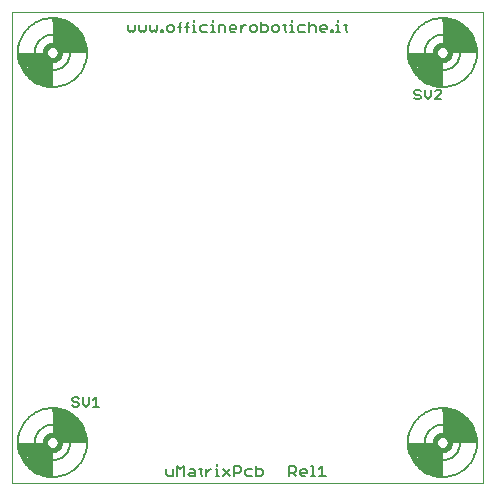
<source format=gbr>
G75*
%MOIN*%
%OFA0B0*%
%FSLAX24Y24*%
%IPPOS*%
%LPD*%
%AMOC8*
5,1,8,0,0,1.08239X$1,22.5*
%
%ADD10C,0.0010*%
%ADD11C,0.0060*%
%ADD12C,0.0020*%
%ADD13C,0.0090*%
%ADD14C,0.0180*%
%ADD15C,0.0080*%
D10*
X000160Y000160D02*
X000160Y015860D01*
X015860Y015860D01*
X015860Y000160D01*
X000160Y000160D01*
D11*
X000360Y001510D02*
X000362Y001577D01*
X000368Y001645D01*
X000378Y001712D01*
X000392Y001778D01*
X000409Y001843D01*
X000431Y001907D01*
X000456Y001970D01*
X000485Y002031D01*
X000517Y002090D01*
X000553Y002147D01*
X000592Y002202D01*
X000634Y002255D01*
X000679Y002305D01*
X000727Y002352D01*
X000778Y002397D01*
X000831Y002438D01*
X000887Y002477D01*
X000945Y002512D01*
X001005Y002543D01*
X001066Y002571D01*
X001129Y002595D01*
X001193Y002616D01*
X001259Y002632D01*
X001325Y002645D01*
X001392Y002654D01*
X001459Y002659D01*
X001527Y002660D01*
X001594Y002657D01*
X001661Y002650D01*
X001728Y002639D01*
X001794Y002624D01*
X001859Y002606D01*
X001923Y002583D01*
X001985Y002557D01*
X002046Y002528D01*
X002104Y002494D01*
X002161Y002458D01*
X002216Y002418D01*
X002268Y002375D01*
X002317Y002329D01*
X002364Y002280D01*
X002408Y002229D01*
X002448Y002175D01*
X002486Y002119D01*
X002520Y002060D01*
X002550Y002000D01*
X002577Y001938D01*
X002601Y001875D01*
X002620Y001810D01*
X002636Y001745D01*
X002648Y001678D01*
X002656Y001611D01*
X002660Y001544D01*
X002660Y001476D01*
X002656Y001409D01*
X002648Y001342D01*
X002636Y001275D01*
X002620Y001210D01*
X002601Y001145D01*
X002577Y001082D01*
X002550Y001020D01*
X002520Y000960D01*
X002486Y000901D01*
X002448Y000845D01*
X002408Y000791D01*
X002364Y000740D01*
X002317Y000691D01*
X002268Y000645D01*
X002216Y000602D01*
X002161Y000562D01*
X002104Y000526D01*
X002046Y000492D01*
X001985Y000463D01*
X001923Y000437D01*
X001859Y000414D01*
X001794Y000396D01*
X001728Y000381D01*
X001661Y000370D01*
X001594Y000363D01*
X001527Y000360D01*
X001459Y000361D01*
X001392Y000366D01*
X001325Y000375D01*
X001259Y000388D01*
X001193Y000404D01*
X001129Y000425D01*
X001066Y000449D01*
X001005Y000477D01*
X000945Y000508D01*
X000887Y000543D01*
X000831Y000582D01*
X000778Y000623D01*
X000727Y000668D01*
X000679Y000715D01*
X000634Y000765D01*
X000592Y000818D01*
X000553Y000873D01*
X000517Y000930D01*
X000485Y000989D01*
X000456Y001050D01*
X000431Y001113D01*
X000409Y001177D01*
X000392Y001242D01*
X000378Y001308D01*
X000368Y001375D01*
X000362Y001443D01*
X000360Y001510D01*
X002165Y002753D02*
X002219Y002700D01*
X002325Y002700D01*
X002379Y002753D01*
X002379Y002807D01*
X002325Y002860D01*
X002219Y002860D01*
X002165Y002914D01*
X002165Y002967D01*
X002219Y003020D01*
X002325Y003020D01*
X002379Y002967D01*
X002515Y003020D02*
X002515Y002807D01*
X002622Y002700D01*
X002729Y002807D01*
X002729Y003020D01*
X002865Y002914D02*
X002972Y003020D01*
X002972Y002700D01*
X003078Y002700D02*
X002865Y002700D01*
X005290Y000617D02*
X005290Y000447D01*
X005347Y000390D01*
X005517Y000390D01*
X005517Y000617D01*
X005658Y000730D02*
X005658Y000390D01*
X005885Y000390D02*
X005885Y000730D01*
X005772Y000617D01*
X005658Y000730D01*
X006083Y000617D02*
X006197Y000617D01*
X006253Y000560D01*
X006253Y000390D01*
X006083Y000390D01*
X006027Y000447D01*
X006083Y000503D01*
X006253Y000503D01*
X006395Y000617D02*
X006508Y000617D01*
X006452Y000674D02*
X006452Y000447D01*
X006508Y000390D01*
X006640Y000390D02*
X006640Y000617D01*
X006640Y000503D02*
X006754Y000617D01*
X006811Y000617D01*
X006947Y000617D02*
X007004Y000617D01*
X007004Y000390D01*
X006947Y000390D02*
X007061Y000390D01*
X007193Y000390D02*
X007420Y000617D01*
X007561Y000730D02*
X007561Y000390D01*
X007561Y000503D02*
X007731Y000503D01*
X007788Y000560D01*
X007788Y000674D01*
X007731Y000730D01*
X007561Y000730D01*
X007420Y000390D02*
X007193Y000617D01*
X007004Y000730D02*
X007004Y000787D01*
X007930Y000560D02*
X007930Y000447D01*
X007986Y000390D01*
X008156Y000390D01*
X008298Y000390D02*
X008468Y000390D01*
X008525Y000447D01*
X008525Y000560D01*
X008468Y000617D01*
X008298Y000617D01*
X008298Y000730D02*
X008298Y000390D01*
X008156Y000617D02*
X007986Y000617D01*
X007930Y000560D01*
X009403Y000503D02*
X009573Y000503D01*
X009630Y000560D01*
X009630Y000674D01*
X009573Y000730D01*
X009403Y000730D01*
X009403Y000390D01*
X009516Y000503D02*
X009630Y000390D01*
X009771Y000447D02*
X009771Y000560D01*
X009828Y000617D01*
X009941Y000617D01*
X009998Y000560D01*
X009998Y000503D01*
X009771Y000503D01*
X009771Y000447D02*
X009828Y000390D01*
X009941Y000390D01*
X010139Y000390D02*
X010253Y000390D01*
X010196Y000390D02*
X010196Y000730D01*
X010139Y000730D01*
X010385Y000617D02*
X010498Y000730D01*
X010498Y000390D01*
X010385Y000390D02*
X010612Y000390D01*
X013360Y001510D02*
X013362Y001577D01*
X013368Y001645D01*
X013378Y001712D01*
X013392Y001778D01*
X013409Y001843D01*
X013431Y001907D01*
X013456Y001970D01*
X013485Y002031D01*
X013517Y002090D01*
X013553Y002147D01*
X013592Y002202D01*
X013634Y002255D01*
X013679Y002305D01*
X013727Y002352D01*
X013778Y002397D01*
X013831Y002438D01*
X013887Y002477D01*
X013945Y002512D01*
X014005Y002543D01*
X014066Y002571D01*
X014129Y002595D01*
X014193Y002616D01*
X014259Y002632D01*
X014325Y002645D01*
X014392Y002654D01*
X014459Y002659D01*
X014527Y002660D01*
X014594Y002657D01*
X014661Y002650D01*
X014728Y002639D01*
X014794Y002624D01*
X014859Y002606D01*
X014923Y002583D01*
X014985Y002557D01*
X015046Y002528D01*
X015104Y002494D01*
X015161Y002458D01*
X015216Y002418D01*
X015268Y002375D01*
X015317Y002329D01*
X015364Y002280D01*
X015408Y002229D01*
X015448Y002175D01*
X015486Y002119D01*
X015520Y002060D01*
X015550Y002000D01*
X015577Y001938D01*
X015601Y001875D01*
X015620Y001810D01*
X015636Y001745D01*
X015648Y001678D01*
X015656Y001611D01*
X015660Y001544D01*
X015660Y001476D01*
X015656Y001409D01*
X015648Y001342D01*
X015636Y001275D01*
X015620Y001210D01*
X015601Y001145D01*
X015577Y001082D01*
X015550Y001020D01*
X015520Y000960D01*
X015486Y000901D01*
X015448Y000845D01*
X015408Y000791D01*
X015364Y000740D01*
X015317Y000691D01*
X015268Y000645D01*
X015216Y000602D01*
X015161Y000562D01*
X015104Y000526D01*
X015046Y000492D01*
X014985Y000463D01*
X014923Y000437D01*
X014859Y000414D01*
X014794Y000396D01*
X014728Y000381D01*
X014661Y000370D01*
X014594Y000363D01*
X014527Y000360D01*
X014459Y000361D01*
X014392Y000366D01*
X014325Y000375D01*
X014259Y000388D01*
X014193Y000404D01*
X014129Y000425D01*
X014066Y000449D01*
X014005Y000477D01*
X013945Y000508D01*
X013887Y000543D01*
X013831Y000582D01*
X013778Y000623D01*
X013727Y000668D01*
X013679Y000715D01*
X013634Y000765D01*
X013592Y000818D01*
X013553Y000873D01*
X013517Y000930D01*
X013485Y000989D01*
X013456Y001050D01*
X013431Y001113D01*
X013409Y001177D01*
X013392Y001242D01*
X013378Y001308D01*
X013368Y001375D01*
X013362Y001443D01*
X013360Y001510D01*
X013619Y012950D02*
X013565Y013003D01*
X013619Y012950D02*
X013725Y012950D01*
X013779Y013003D01*
X013779Y013057D01*
X013725Y013110D01*
X013619Y013110D01*
X013565Y013164D01*
X013565Y013217D01*
X013619Y013270D01*
X013725Y013270D01*
X013779Y013217D01*
X013915Y013270D02*
X013915Y013057D01*
X014022Y012950D01*
X014129Y013057D01*
X014129Y013270D01*
X014265Y013217D02*
X014318Y013270D01*
X014425Y013270D01*
X014478Y013217D01*
X014478Y013164D01*
X014265Y012950D01*
X014478Y012950D01*
X013360Y014510D02*
X013362Y014577D01*
X013368Y014645D01*
X013378Y014712D01*
X013392Y014778D01*
X013409Y014843D01*
X013431Y014907D01*
X013456Y014970D01*
X013485Y015031D01*
X013517Y015090D01*
X013553Y015147D01*
X013592Y015202D01*
X013634Y015255D01*
X013679Y015305D01*
X013727Y015352D01*
X013778Y015397D01*
X013831Y015438D01*
X013887Y015477D01*
X013945Y015512D01*
X014005Y015543D01*
X014066Y015571D01*
X014129Y015595D01*
X014193Y015616D01*
X014259Y015632D01*
X014325Y015645D01*
X014392Y015654D01*
X014459Y015659D01*
X014527Y015660D01*
X014594Y015657D01*
X014661Y015650D01*
X014728Y015639D01*
X014794Y015624D01*
X014859Y015606D01*
X014923Y015583D01*
X014985Y015557D01*
X015046Y015528D01*
X015104Y015494D01*
X015161Y015458D01*
X015216Y015418D01*
X015268Y015375D01*
X015317Y015329D01*
X015364Y015280D01*
X015408Y015229D01*
X015448Y015175D01*
X015486Y015119D01*
X015520Y015060D01*
X015550Y015000D01*
X015577Y014938D01*
X015601Y014875D01*
X015620Y014810D01*
X015636Y014745D01*
X015648Y014678D01*
X015656Y014611D01*
X015660Y014544D01*
X015660Y014476D01*
X015656Y014409D01*
X015648Y014342D01*
X015636Y014275D01*
X015620Y014210D01*
X015601Y014145D01*
X015577Y014082D01*
X015550Y014020D01*
X015520Y013960D01*
X015486Y013901D01*
X015448Y013845D01*
X015408Y013791D01*
X015364Y013740D01*
X015317Y013691D01*
X015268Y013645D01*
X015216Y013602D01*
X015161Y013562D01*
X015104Y013526D01*
X015046Y013492D01*
X014985Y013463D01*
X014923Y013437D01*
X014859Y013414D01*
X014794Y013396D01*
X014728Y013381D01*
X014661Y013370D01*
X014594Y013363D01*
X014527Y013360D01*
X014459Y013361D01*
X014392Y013366D01*
X014325Y013375D01*
X014259Y013388D01*
X014193Y013404D01*
X014129Y013425D01*
X014066Y013449D01*
X014005Y013477D01*
X013945Y013508D01*
X013887Y013543D01*
X013831Y013582D01*
X013778Y013623D01*
X013727Y013668D01*
X013679Y013715D01*
X013634Y013765D01*
X013592Y013818D01*
X013553Y013873D01*
X013517Y013930D01*
X013485Y013989D01*
X013456Y014050D01*
X013431Y014113D01*
X013409Y014177D01*
X013392Y014242D01*
X013378Y014308D01*
X013368Y014375D01*
X013362Y014443D01*
X013360Y014510D01*
X011336Y015190D02*
X011279Y015247D01*
X011279Y015474D01*
X011222Y015417D02*
X011336Y015417D01*
X011033Y015417D02*
X011033Y015190D01*
X010977Y015190D02*
X011090Y015190D01*
X011033Y015417D02*
X010977Y015417D01*
X011033Y015530D02*
X011033Y015587D01*
X010849Y015247D02*
X010849Y015190D01*
X010792Y015190D01*
X010792Y015247D01*
X010849Y015247D01*
X010651Y015303D02*
X010424Y015303D01*
X010424Y015247D02*
X010424Y015360D01*
X010481Y015417D01*
X010594Y015417D01*
X010651Y015360D01*
X010651Y015303D01*
X010594Y015190D02*
X010481Y015190D01*
X010424Y015247D01*
X010283Y015190D02*
X010283Y015360D01*
X010226Y015417D01*
X010113Y015417D01*
X010056Y015360D01*
X009914Y015417D02*
X009744Y015417D01*
X009687Y015360D01*
X009687Y015247D01*
X009744Y015190D01*
X009914Y015190D01*
X010056Y015190D02*
X010056Y015530D01*
X009499Y015530D02*
X009499Y015587D01*
X009499Y015417D02*
X009442Y015417D01*
X009499Y015417D02*
X009499Y015190D01*
X009555Y015190D02*
X009442Y015190D01*
X009310Y015190D02*
X009253Y015247D01*
X009253Y015474D01*
X009196Y015417D02*
X009310Y015417D01*
X009055Y015360D02*
X008998Y015417D01*
X008885Y015417D01*
X008828Y015360D01*
X008828Y015247D01*
X008885Y015190D01*
X008998Y015190D01*
X009055Y015247D01*
X009055Y015360D01*
X008687Y015360D02*
X008630Y015417D01*
X008460Y015417D01*
X008460Y015530D02*
X008460Y015190D01*
X008630Y015190D01*
X008687Y015247D01*
X008687Y015360D01*
X008318Y015360D02*
X008262Y015417D01*
X008148Y015417D01*
X008091Y015360D01*
X008091Y015247D01*
X008148Y015190D01*
X008262Y015190D01*
X008318Y015247D01*
X008318Y015360D01*
X007955Y015417D02*
X007898Y015417D01*
X007785Y015303D01*
X007785Y015190D02*
X007785Y015417D01*
X007643Y015360D02*
X007643Y015303D01*
X007416Y015303D01*
X007416Y015247D02*
X007416Y015360D01*
X007473Y015417D01*
X007586Y015417D01*
X007643Y015360D01*
X007586Y015190D02*
X007473Y015190D01*
X007416Y015247D01*
X007275Y015190D02*
X007275Y015360D01*
X007218Y015417D01*
X007048Y015417D01*
X007048Y015190D01*
X006916Y015190D02*
X006802Y015190D01*
X006859Y015190D02*
X006859Y015417D01*
X006802Y015417D01*
X006859Y015530D02*
X006859Y015587D01*
X006661Y015417D02*
X006491Y015417D01*
X006434Y015360D01*
X006434Y015247D01*
X006491Y015190D01*
X006661Y015190D01*
X006302Y015190D02*
X006189Y015190D01*
X006245Y015190D02*
X006245Y015417D01*
X006189Y015417D01*
X006245Y015530D02*
X006245Y015587D01*
X006056Y015530D02*
X006000Y015474D01*
X006000Y015190D01*
X006056Y015360D02*
X005943Y015360D01*
X005811Y015360D02*
X005697Y015360D01*
X005754Y015474D02*
X005754Y015190D01*
X005556Y015247D02*
X005556Y015360D01*
X005499Y015417D01*
X005386Y015417D01*
X005329Y015360D01*
X005329Y015247D01*
X005386Y015190D01*
X005499Y015190D01*
X005556Y015247D01*
X005754Y015474D02*
X005811Y015530D01*
X005202Y015247D02*
X005202Y015190D01*
X005145Y015190D01*
X005145Y015247D01*
X005202Y015247D01*
X005003Y015247D02*
X005003Y015417D01*
X005003Y015247D02*
X004947Y015190D01*
X004890Y015247D01*
X004833Y015190D01*
X004777Y015247D01*
X004777Y015417D01*
X004635Y015417D02*
X004635Y015247D01*
X004578Y015190D01*
X004522Y015247D01*
X004465Y015190D01*
X004408Y015247D01*
X004408Y015417D01*
X004267Y015417D02*
X004267Y015247D01*
X004210Y015190D01*
X004153Y015247D01*
X004097Y015190D01*
X004040Y015247D01*
X004040Y015417D01*
X000360Y014510D02*
X000362Y014577D01*
X000368Y014645D01*
X000378Y014712D01*
X000392Y014778D01*
X000409Y014843D01*
X000431Y014907D01*
X000456Y014970D01*
X000485Y015031D01*
X000517Y015090D01*
X000553Y015147D01*
X000592Y015202D01*
X000634Y015255D01*
X000679Y015305D01*
X000727Y015352D01*
X000778Y015397D01*
X000831Y015438D01*
X000887Y015477D01*
X000945Y015512D01*
X001005Y015543D01*
X001066Y015571D01*
X001129Y015595D01*
X001193Y015616D01*
X001259Y015632D01*
X001325Y015645D01*
X001392Y015654D01*
X001459Y015659D01*
X001527Y015660D01*
X001594Y015657D01*
X001661Y015650D01*
X001728Y015639D01*
X001794Y015624D01*
X001859Y015606D01*
X001923Y015583D01*
X001985Y015557D01*
X002046Y015528D01*
X002104Y015494D01*
X002161Y015458D01*
X002216Y015418D01*
X002268Y015375D01*
X002317Y015329D01*
X002364Y015280D01*
X002408Y015229D01*
X002448Y015175D01*
X002486Y015119D01*
X002520Y015060D01*
X002550Y015000D01*
X002577Y014938D01*
X002601Y014875D01*
X002620Y014810D01*
X002636Y014745D01*
X002648Y014678D01*
X002656Y014611D01*
X002660Y014544D01*
X002660Y014476D01*
X002656Y014409D01*
X002648Y014342D01*
X002636Y014275D01*
X002620Y014210D01*
X002601Y014145D01*
X002577Y014082D01*
X002550Y014020D01*
X002520Y013960D01*
X002486Y013901D01*
X002448Y013845D01*
X002408Y013791D01*
X002364Y013740D01*
X002317Y013691D01*
X002268Y013645D01*
X002216Y013602D01*
X002161Y013562D01*
X002104Y013526D01*
X002046Y013492D01*
X001985Y013463D01*
X001923Y013437D01*
X001859Y013414D01*
X001794Y013396D01*
X001728Y013381D01*
X001661Y013370D01*
X001594Y013363D01*
X001527Y013360D01*
X001459Y013361D01*
X001392Y013366D01*
X001325Y013375D01*
X001259Y013388D01*
X001193Y013404D01*
X001129Y013425D01*
X001066Y013449D01*
X001005Y013477D01*
X000945Y013508D01*
X000887Y013543D01*
X000831Y013582D01*
X000778Y013623D01*
X000727Y013668D01*
X000679Y013715D01*
X000634Y013765D01*
X000592Y013818D01*
X000553Y013873D01*
X000517Y013930D01*
X000485Y013989D01*
X000456Y014050D01*
X000431Y014113D01*
X000409Y014177D01*
X000392Y014242D01*
X000378Y014308D01*
X000368Y014375D01*
X000362Y014443D01*
X000360Y014510D01*
D12*
X001510Y013460D02*
X001510Y013360D01*
X001510Y015560D02*
X001510Y015660D01*
X001510Y002660D02*
X001510Y002560D01*
X001510Y000460D02*
X001510Y000360D01*
X014510Y000460D02*
X014510Y000360D01*
X014510Y002560D02*
X014510Y002660D01*
X014510Y013360D02*
X014510Y013460D01*
X014510Y015560D02*
X014510Y015660D01*
D13*
X015614Y014554D02*
X014801Y014554D01*
X014802Y014555D02*
X014794Y014588D01*
X014784Y014620D01*
X014769Y014651D01*
X014751Y014680D01*
X014730Y014706D01*
X014706Y014730D01*
X014680Y014751D01*
X014651Y014769D01*
X014620Y014784D01*
X014588Y014794D01*
X014555Y014802D01*
X014554Y015614D01*
X014555Y015614D01*
X014621Y015609D01*
X014686Y015601D01*
X014751Y015589D01*
X014814Y015572D01*
X014877Y015552D01*
X014938Y015529D01*
X014998Y015501D01*
X015056Y015470D01*
X015113Y015436D01*
X015167Y015399D01*
X015219Y015358D01*
X015268Y015314D01*
X015314Y015268D01*
X015358Y015219D01*
X015399Y015167D01*
X015436Y015113D01*
X015470Y015056D01*
X015501Y014998D01*
X015529Y014938D01*
X015552Y014877D01*
X015572Y014814D01*
X015589Y014751D01*
X015601Y014686D01*
X015609Y014621D01*
X015614Y014555D01*
X015529Y014555D01*
X015524Y014618D01*
X015516Y014680D01*
X015503Y014742D01*
X015487Y014803D01*
X015467Y014863D01*
X015444Y014921D01*
X015416Y014978D01*
X015386Y015033D01*
X015352Y015086D01*
X015315Y015137D01*
X015274Y015185D01*
X015231Y015231D01*
X015185Y015274D01*
X015137Y015315D01*
X015086Y015352D01*
X015033Y015386D01*
X014978Y015416D01*
X014921Y015444D01*
X014863Y015467D01*
X014803Y015487D01*
X014742Y015503D01*
X014680Y015516D01*
X014618Y015524D01*
X014555Y015529D01*
X014555Y015444D01*
X014615Y015439D01*
X014674Y015430D01*
X014733Y015418D01*
X014790Y015402D01*
X014847Y015382D01*
X014902Y015359D01*
X014956Y015332D01*
X015007Y015302D01*
X015057Y015268D01*
X015105Y015232D01*
X015150Y015192D01*
X015192Y015150D01*
X015232Y015105D01*
X015268Y015057D01*
X015302Y015007D01*
X015332Y014956D01*
X015359Y014902D01*
X015382Y014847D01*
X015402Y014790D01*
X015418Y014733D01*
X015430Y014674D01*
X015439Y014615D01*
X015444Y014555D01*
X015359Y014555D01*
X015354Y014611D01*
X015345Y014667D01*
X015333Y014723D01*
X015317Y014777D01*
X015297Y014830D01*
X015274Y014882D01*
X015248Y014932D01*
X015218Y014980D01*
X015186Y015026D01*
X015150Y015070D01*
X015111Y015111D01*
X015070Y015150D01*
X015026Y015186D01*
X014980Y015218D01*
X014932Y015248D01*
X014882Y015274D01*
X014830Y015297D01*
X014777Y015317D01*
X014723Y015333D01*
X014667Y015345D01*
X014611Y015354D01*
X014555Y015359D01*
X014555Y015274D01*
X014608Y015269D01*
X014660Y015260D01*
X014711Y015248D01*
X014762Y015232D01*
X014811Y015213D01*
X014859Y015191D01*
X014905Y015165D01*
X014950Y015136D01*
X014992Y015104D01*
X015032Y015069D01*
X015069Y015032D01*
X015104Y014992D01*
X015136Y014950D01*
X015165Y014905D01*
X015191Y014859D01*
X015213Y014811D01*
X015232Y014762D01*
X015248Y014711D01*
X015260Y014660D01*
X015269Y014608D01*
X015274Y014555D01*
X015189Y014555D01*
X015183Y014606D01*
X015174Y014657D01*
X015161Y014707D01*
X015144Y014755D01*
X015124Y014803D01*
X015100Y014848D01*
X015073Y014892D01*
X015042Y014933D01*
X015009Y014972D01*
X014972Y015009D01*
X014933Y015042D01*
X014892Y015073D01*
X014848Y015100D01*
X014803Y015124D01*
X014755Y015144D01*
X014707Y015161D01*
X014657Y015174D01*
X014606Y015183D01*
X014555Y015189D01*
X014555Y015103D01*
X014602Y015098D01*
X014648Y015089D01*
X014693Y015076D01*
X014737Y015060D01*
X014779Y015040D01*
X014820Y015018D01*
X014859Y014992D01*
X014896Y014963D01*
X014931Y014931D01*
X014963Y014896D01*
X014992Y014859D01*
X015018Y014820D01*
X015040Y014779D01*
X015060Y014737D01*
X015076Y014693D01*
X015089Y014648D01*
X015098Y014602D01*
X015103Y014555D01*
X015018Y014555D01*
X015012Y014599D01*
X015003Y014642D01*
X014989Y014685D01*
X014972Y014726D01*
X014952Y014765D01*
X014928Y014803D01*
X014901Y014838D01*
X014871Y014871D01*
X014838Y014901D01*
X014803Y014928D01*
X014765Y014952D01*
X014726Y014972D01*
X014685Y014989D01*
X014642Y015003D01*
X014599Y015012D01*
X014555Y015018D01*
X014555Y014933D01*
X014593Y014927D01*
X014630Y014918D01*
X014667Y014905D01*
X014702Y014889D01*
X014735Y014870D01*
X014767Y014848D01*
X014797Y014824D01*
X014824Y014797D01*
X014848Y014767D01*
X014870Y014735D01*
X014889Y014702D01*
X014905Y014667D01*
X014918Y014630D01*
X014927Y014593D01*
X014933Y014555D01*
X014847Y014555D01*
X014841Y014588D01*
X014831Y014621D01*
X014819Y014653D01*
X014803Y014683D01*
X014784Y014712D01*
X014762Y014738D01*
X014738Y014762D01*
X014712Y014784D01*
X014683Y014803D01*
X014653Y014819D01*
X014621Y014831D01*
X014588Y014841D01*
X014555Y014847D01*
X013406Y014466D02*
X014219Y014466D01*
X014218Y014465D02*
X014226Y014432D01*
X014236Y014400D01*
X014251Y014369D01*
X014269Y014340D01*
X014290Y014314D01*
X014314Y014290D01*
X014340Y014269D01*
X014369Y014251D01*
X014400Y014236D01*
X014432Y014226D01*
X014465Y014218D01*
X014466Y013406D01*
X014465Y013406D01*
X014399Y013411D01*
X014334Y013419D01*
X014269Y013431D01*
X014206Y013448D01*
X014143Y013468D01*
X014082Y013491D01*
X014022Y013519D01*
X013964Y013550D01*
X013907Y013584D01*
X013853Y013621D01*
X013801Y013662D01*
X013752Y013706D01*
X013706Y013752D01*
X013662Y013801D01*
X013621Y013853D01*
X013584Y013907D01*
X013550Y013964D01*
X013519Y014022D01*
X013491Y014082D01*
X013468Y014143D01*
X013448Y014206D01*
X013431Y014269D01*
X013419Y014334D01*
X013411Y014399D01*
X013406Y014465D01*
X013491Y014465D01*
X013496Y014402D01*
X013504Y014340D01*
X013517Y014278D01*
X013533Y014217D01*
X013553Y014157D01*
X013576Y014099D01*
X013604Y014042D01*
X013634Y013987D01*
X013668Y013934D01*
X013705Y013883D01*
X013746Y013835D01*
X013789Y013789D01*
X013835Y013746D01*
X013883Y013705D01*
X013934Y013668D01*
X013987Y013634D01*
X014042Y013604D01*
X014099Y013576D01*
X014157Y013553D01*
X014217Y013533D01*
X014278Y013517D01*
X014340Y013504D01*
X014402Y013496D01*
X014465Y013491D01*
X014465Y013576D01*
X014405Y013581D01*
X014346Y013590D01*
X014287Y013602D01*
X014230Y013618D01*
X014173Y013638D01*
X014118Y013661D01*
X014064Y013688D01*
X014013Y013718D01*
X013963Y013752D01*
X013915Y013788D01*
X013870Y013828D01*
X013828Y013870D01*
X013788Y013915D01*
X013752Y013963D01*
X013718Y014013D01*
X013688Y014064D01*
X013661Y014118D01*
X013638Y014173D01*
X013618Y014230D01*
X013602Y014287D01*
X013590Y014346D01*
X013581Y014405D01*
X013576Y014465D01*
X013661Y014465D01*
X013666Y014409D01*
X013675Y014353D01*
X013687Y014297D01*
X013703Y014243D01*
X013723Y014190D01*
X013746Y014138D01*
X013772Y014088D01*
X013802Y014040D01*
X013834Y013994D01*
X013870Y013950D01*
X013909Y013909D01*
X013950Y013870D01*
X013994Y013834D01*
X014040Y013802D01*
X014088Y013772D01*
X014138Y013746D01*
X014190Y013723D01*
X014243Y013703D01*
X014297Y013687D01*
X014353Y013675D01*
X014409Y013666D01*
X014465Y013661D01*
X014465Y013746D01*
X014412Y013751D01*
X014360Y013760D01*
X014309Y013772D01*
X014258Y013788D01*
X014209Y013807D01*
X014161Y013829D01*
X014115Y013855D01*
X014070Y013884D01*
X014028Y013916D01*
X013988Y013951D01*
X013951Y013988D01*
X013916Y014028D01*
X013884Y014070D01*
X013855Y014115D01*
X013829Y014161D01*
X013807Y014209D01*
X013788Y014258D01*
X013772Y014309D01*
X013760Y014360D01*
X013751Y014412D01*
X013746Y014465D01*
X013831Y014465D01*
X013837Y014414D01*
X013846Y014363D01*
X013859Y014313D01*
X013876Y014265D01*
X013896Y014217D01*
X013920Y014172D01*
X013947Y014128D01*
X013978Y014087D01*
X014011Y014048D01*
X014048Y014011D01*
X014087Y013978D01*
X014128Y013947D01*
X014172Y013920D01*
X014217Y013896D01*
X014265Y013876D01*
X014313Y013859D01*
X014363Y013846D01*
X014414Y013837D01*
X014465Y013831D01*
X014465Y013917D01*
X014418Y013922D01*
X014372Y013931D01*
X014327Y013944D01*
X014283Y013960D01*
X014241Y013980D01*
X014200Y014002D01*
X014161Y014028D01*
X014124Y014057D01*
X014089Y014089D01*
X014057Y014124D01*
X014028Y014161D01*
X014002Y014200D01*
X013980Y014241D01*
X013960Y014283D01*
X013944Y014327D01*
X013931Y014372D01*
X013922Y014418D01*
X013917Y014465D01*
X014002Y014465D01*
X014008Y014421D01*
X014017Y014378D01*
X014031Y014335D01*
X014048Y014294D01*
X014068Y014255D01*
X014092Y014217D01*
X014119Y014182D01*
X014149Y014149D01*
X014182Y014119D01*
X014217Y014092D01*
X014255Y014068D01*
X014294Y014048D01*
X014335Y014031D01*
X014378Y014017D01*
X014421Y014008D01*
X014465Y014002D01*
X014465Y014087D01*
X014427Y014093D01*
X014390Y014102D01*
X014353Y014115D01*
X014318Y014131D01*
X014285Y014150D01*
X014253Y014172D01*
X014223Y014196D01*
X014196Y014223D01*
X014172Y014253D01*
X014150Y014285D01*
X014131Y014318D01*
X014115Y014353D01*
X014102Y014390D01*
X014093Y014427D01*
X014087Y014465D01*
X014173Y014465D01*
X014179Y014432D01*
X014189Y014399D01*
X014201Y014367D01*
X014217Y014337D01*
X014236Y014308D01*
X014258Y014282D01*
X014282Y014258D01*
X014308Y014236D01*
X014337Y014217D01*
X014367Y014201D01*
X014399Y014189D01*
X014432Y014179D01*
X014465Y014173D01*
X015614Y001554D02*
X014801Y001554D01*
X014802Y001555D02*
X014794Y001588D01*
X014784Y001620D01*
X014769Y001651D01*
X014751Y001680D01*
X014730Y001706D01*
X014706Y001730D01*
X014680Y001751D01*
X014651Y001769D01*
X014620Y001784D01*
X014588Y001794D01*
X014555Y001802D01*
X014554Y002614D01*
X014555Y002614D01*
X014621Y002609D01*
X014686Y002601D01*
X014751Y002589D01*
X014814Y002572D01*
X014877Y002552D01*
X014938Y002529D01*
X014998Y002501D01*
X015056Y002470D01*
X015113Y002436D01*
X015167Y002399D01*
X015219Y002358D01*
X015268Y002314D01*
X015314Y002268D01*
X015358Y002219D01*
X015399Y002167D01*
X015436Y002113D01*
X015470Y002056D01*
X015501Y001998D01*
X015529Y001938D01*
X015552Y001877D01*
X015572Y001814D01*
X015589Y001751D01*
X015601Y001686D01*
X015609Y001621D01*
X015614Y001555D01*
X015529Y001555D01*
X015524Y001618D01*
X015516Y001680D01*
X015503Y001742D01*
X015487Y001803D01*
X015467Y001863D01*
X015444Y001921D01*
X015416Y001978D01*
X015386Y002033D01*
X015352Y002086D01*
X015315Y002137D01*
X015274Y002185D01*
X015231Y002231D01*
X015185Y002274D01*
X015137Y002315D01*
X015086Y002352D01*
X015033Y002386D01*
X014978Y002416D01*
X014921Y002444D01*
X014863Y002467D01*
X014803Y002487D01*
X014742Y002503D01*
X014680Y002516D01*
X014618Y002524D01*
X014555Y002529D01*
X014555Y002444D01*
X014615Y002439D01*
X014674Y002430D01*
X014733Y002418D01*
X014790Y002402D01*
X014847Y002382D01*
X014902Y002359D01*
X014956Y002332D01*
X015007Y002302D01*
X015057Y002268D01*
X015105Y002232D01*
X015150Y002192D01*
X015192Y002150D01*
X015232Y002105D01*
X015268Y002057D01*
X015302Y002007D01*
X015332Y001956D01*
X015359Y001902D01*
X015382Y001847D01*
X015402Y001790D01*
X015418Y001733D01*
X015430Y001674D01*
X015439Y001615D01*
X015444Y001555D01*
X015359Y001555D01*
X015354Y001611D01*
X015345Y001667D01*
X015333Y001723D01*
X015317Y001777D01*
X015297Y001830D01*
X015274Y001882D01*
X015248Y001932D01*
X015218Y001980D01*
X015186Y002026D01*
X015150Y002070D01*
X015111Y002111D01*
X015070Y002150D01*
X015026Y002186D01*
X014980Y002218D01*
X014932Y002248D01*
X014882Y002274D01*
X014830Y002297D01*
X014777Y002317D01*
X014723Y002333D01*
X014667Y002345D01*
X014611Y002354D01*
X014555Y002359D01*
X014555Y002274D01*
X014608Y002269D01*
X014660Y002260D01*
X014711Y002248D01*
X014762Y002232D01*
X014811Y002213D01*
X014859Y002191D01*
X014905Y002165D01*
X014950Y002136D01*
X014992Y002104D01*
X015032Y002069D01*
X015069Y002032D01*
X015104Y001992D01*
X015136Y001950D01*
X015165Y001905D01*
X015191Y001859D01*
X015213Y001811D01*
X015232Y001762D01*
X015248Y001711D01*
X015260Y001660D01*
X015269Y001608D01*
X015274Y001555D01*
X015189Y001555D01*
X015183Y001606D01*
X015174Y001657D01*
X015161Y001707D01*
X015144Y001755D01*
X015124Y001803D01*
X015100Y001848D01*
X015073Y001892D01*
X015042Y001933D01*
X015009Y001972D01*
X014972Y002009D01*
X014933Y002042D01*
X014892Y002073D01*
X014848Y002100D01*
X014803Y002124D01*
X014755Y002144D01*
X014707Y002161D01*
X014657Y002174D01*
X014606Y002183D01*
X014555Y002189D01*
X014555Y002103D01*
X014602Y002098D01*
X014648Y002089D01*
X014693Y002076D01*
X014737Y002060D01*
X014779Y002040D01*
X014820Y002018D01*
X014859Y001992D01*
X014896Y001963D01*
X014931Y001931D01*
X014963Y001896D01*
X014992Y001859D01*
X015018Y001820D01*
X015040Y001779D01*
X015060Y001737D01*
X015076Y001693D01*
X015089Y001648D01*
X015098Y001602D01*
X015103Y001555D01*
X015018Y001555D01*
X015012Y001599D01*
X015003Y001642D01*
X014989Y001685D01*
X014972Y001726D01*
X014952Y001765D01*
X014928Y001803D01*
X014901Y001838D01*
X014871Y001871D01*
X014838Y001901D01*
X014803Y001928D01*
X014765Y001952D01*
X014726Y001972D01*
X014685Y001989D01*
X014642Y002003D01*
X014599Y002012D01*
X014555Y002018D01*
X014555Y001933D01*
X014593Y001927D01*
X014630Y001918D01*
X014667Y001905D01*
X014702Y001889D01*
X014735Y001870D01*
X014767Y001848D01*
X014797Y001824D01*
X014824Y001797D01*
X014848Y001767D01*
X014870Y001735D01*
X014889Y001702D01*
X014905Y001667D01*
X014918Y001630D01*
X014927Y001593D01*
X014933Y001555D01*
X014847Y001555D01*
X014841Y001588D01*
X014831Y001621D01*
X014819Y001653D01*
X014803Y001683D01*
X014784Y001712D01*
X014762Y001738D01*
X014738Y001762D01*
X014712Y001784D01*
X014683Y001803D01*
X014653Y001819D01*
X014621Y001831D01*
X014588Y001841D01*
X014555Y001847D01*
X013406Y001466D02*
X014219Y001466D01*
X014218Y001465D02*
X014226Y001432D01*
X014236Y001400D01*
X014251Y001369D01*
X014269Y001340D01*
X014290Y001314D01*
X014314Y001290D01*
X014340Y001269D01*
X014369Y001251D01*
X014400Y001236D01*
X014432Y001226D01*
X014465Y001218D01*
X014466Y000406D01*
X014465Y000406D01*
X014399Y000411D01*
X014334Y000419D01*
X014269Y000431D01*
X014206Y000448D01*
X014143Y000468D01*
X014082Y000491D01*
X014022Y000519D01*
X013964Y000550D01*
X013907Y000584D01*
X013853Y000621D01*
X013801Y000662D01*
X013752Y000706D01*
X013706Y000752D01*
X013662Y000801D01*
X013621Y000853D01*
X013584Y000907D01*
X013550Y000964D01*
X013519Y001022D01*
X013491Y001082D01*
X013468Y001143D01*
X013448Y001206D01*
X013431Y001269D01*
X013419Y001334D01*
X013411Y001399D01*
X013406Y001465D01*
X013491Y001465D01*
X013496Y001402D01*
X013504Y001340D01*
X013517Y001278D01*
X013533Y001217D01*
X013553Y001157D01*
X013576Y001099D01*
X013604Y001042D01*
X013634Y000987D01*
X013668Y000934D01*
X013705Y000883D01*
X013746Y000835D01*
X013789Y000789D01*
X013835Y000746D01*
X013883Y000705D01*
X013934Y000668D01*
X013987Y000634D01*
X014042Y000604D01*
X014099Y000576D01*
X014157Y000553D01*
X014217Y000533D01*
X014278Y000517D01*
X014340Y000504D01*
X014402Y000496D01*
X014465Y000491D01*
X014465Y000576D01*
X014405Y000581D01*
X014346Y000590D01*
X014287Y000602D01*
X014230Y000618D01*
X014173Y000638D01*
X014118Y000661D01*
X014064Y000688D01*
X014013Y000718D01*
X013963Y000752D01*
X013915Y000788D01*
X013870Y000828D01*
X013828Y000870D01*
X013788Y000915D01*
X013752Y000963D01*
X013718Y001013D01*
X013688Y001064D01*
X013661Y001118D01*
X013638Y001173D01*
X013618Y001230D01*
X013602Y001287D01*
X013590Y001346D01*
X013581Y001405D01*
X013576Y001465D01*
X013661Y001465D01*
X013666Y001409D01*
X013675Y001353D01*
X013687Y001297D01*
X013703Y001243D01*
X013723Y001190D01*
X013746Y001138D01*
X013772Y001088D01*
X013802Y001040D01*
X013834Y000994D01*
X013870Y000950D01*
X013909Y000909D01*
X013950Y000870D01*
X013994Y000834D01*
X014040Y000802D01*
X014088Y000772D01*
X014138Y000746D01*
X014190Y000723D01*
X014243Y000703D01*
X014297Y000687D01*
X014353Y000675D01*
X014409Y000666D01*
X014465Y000661D01*
X014465Y000746D01*
X014412Y000751D01*
X014360Y000760D01*
X014309Y000772D01*
X014258Y000788D01*
X014209Y000807D01*
X014161Y000829D01*
X014115Y000855D01*
X014070Y000884D01*
X014028Y000916D01*
X013988Y000951D01*
X013951Y000988D01*
X013916Y001028D01*
X013884Y001070D01*
X013855Y001115D01*
X013829Y001161D01*
X013807Y001209D01*
X013788Y001258D01*
X013772Y001309D01*
X013760Y001360D01*
X013751Y001412D01*
X013746Y001465D01*
X013831Y001465D01*
X013837Y001414D01*
X013846Y001363D01*
X013859Y001313D01*
X013876Y001265D01*
X013896Y001217D01*
X013920Y001172D01*
X013947Y001128D01*
X013978Y001087D01*
X014011Y001048D01*
X014048Y001011D01*
X014087Y000978D01*
X014128Y000947D01*
X014172Y000920D01*
X014217Y000896D01*
X014265Y000876D01*
X014313Y000859D01*
X014363Y000846D01*
X014414Y000837D01*
X014465Y000831D01*
X014465Y000917D01*
X014418Y000922D01*
X014372Y000931D01*
X014327Y000944D01*
X014283Y000960D01*
X014241Y000980D01*
X014200Y001002D01*
X014161Y001028D01*
X014124Y001057D01*
X014089Y001089D01*
X014057Y001124D01*
X014028Y001161D01*
X014002Y001200D01*
X013980Y001241D01*
X013960Y001283D01*
X013944Y001327D01*
X013931Y001372D01*
X013922Y001418D01*
X013917Y001465D01*
X014002Y001465D01*
X014008Y001421D01*
X014017Y001378D01*
X014031Y001335D01*
X014048Y001294D01*
X014068Y001255D01*
X014092Y001217D01*
X014119Y001182D01*
X014149Y001149D01*
X014182Y001119D01*
X014217Y001092D01*
X014255Y001068D01*
X014294Y001048D01*
X014335Y001031D01*
X014378Y001017D01*
X014421Y001008D01*
X014465Y001002D01*
X014465Y001087D01*
X014427Y001093D01*
X014390Y001102D01*
X014353Y001115D01*
X014318Y001131D01*
X014285Y001150D01*
X014253Y001172D01*
X014223Y001196D01*
X014196Y001223D01*
X014172Y001253D01*
X014150Y001285D01*
X014131Y001318D01*
X014115Y001353D01*
X014102Y001390D01*
X014093Y001427D01*
X014087Y001465D01*
X014173Y001465D01*
X014179Y001432D01*
X014189Y001399D01*
X014201Y001367D01*
X014217Y001337D01*
X014236Y001308D01*
X014258Y001282D01*
X014282Y001258D01*
X014308Y001236D01*
X014337Y001217D01*
X014367Y001201D01*
X014399Y001189D01*
X014432Y001179D01*
X014465Y001173D01*
X002614Y001554D02*
X001801Y001554D01*
X001802Y001555D02*
X001794Y001588D01*
X001784Y001620D01*
X001769Y001651D01*
X001751Y001680D01*
X001730Y001706D01*
X001706Y001730D01*
X001680Y001751D01*
X001651Y001769D01*
X001620Y001784D01*
X001588Y001794D01*
X001555Y001802D01*
X001554Y002614D01*
X001555Y002614D01*
X001621Y002609D01*
X001686Y002601D01*
X001751Y002589D01*
X001814Y002572D01*
X001877Y002552D01*
X001938Y002529D01*
X001998Y002501D01*
X002056Y002470D01*
X002113Y002436D01*
X002167Y002399D01*
X002219Y002358D01*
X002268Y002314D01*
X002314Y002268D01*
X002358Y002219D01*
X002399Y002167D01*
X002436Y002113D01*
X002470Y002056D01*
X002501Y001998D01*
X002529Y001938D01*
X002552Y001877D01*
X002572Y001814D01*
X002589Y001751D01*
X002601Y001686D01*
X002609Y001621D01*
X002614Y001555D01*
X002529Y001555D01*
X002524Y001618D01*
X002516Y001680D01*
X002503Y001742D01*
X002487Y001803D01*
X002467Y001863D01*
X002444Y001921D01*
X002416Y001978D01*
X002386Y002033D01*
X002352Y002086D01*
X002315Y002137D01*
X002274Y002185D01*
X002231Y002231D01*
X002185Y002274D01*
X002137Y002315D01*
X002086Y002352D01*
X002033Y002386D01*
X001978Y002416D01*
X001921Y002444D01*
X001863Y002467D01*
X001803Y002487D01*
X001742Y002503D01*
X001680Y002516D01*
X001618Y002524D01*
X001555Y002529D01*
X001555Y002444D01*
X001615Y002439D01*
X001674Y002430D01*
X001733Y002418D01*
X001790Y002402D01*
X001847Y002382D01*
X001902Y002359D01*
X001956Y002332D01*
X002007Y002302D01*
X002057Y002268D01*
X002105Y002232D01*
X002150Y002192D01*
X002192Y002150D01*
X002232Y002105D01*
X002268Y002057D01*
X002302Y002007D01*
X002332Y001956D01*
X002359Y001902D01*
X002382Y001847D01*
X002402Y001790D01*
X002418Y001733D01*
X002430Y001674D01*
X002439Y001615D01*
X002444Y001555D01*
X002359Y001555D01*
X002354Y001611D01*
X002345Y001667D01*
X002333Y001723D01*
X002317Y001777D01*
X002297Y001830D01*
X002274Y001882D01*
X002248Y001932D01*
X002218Y001980D01*
X002186Y002026D01*
X002150Y002070D01*
X002111Y002111D01*
X002070Y002150D01*
X002026Y002186D01*
X001980Y002218D01*
X001932Y002248D01*
X001882Y002274D01*
X001830Y002297D01*
X001777Y002317D01*
X001723Y002333D01*
X001667Y002345D01*
X001611Y002354D01*
X001555Y002359D01*
X001555Y002274D01*
X001608Y002269D01*
X001660Y002260D01*
X001711Y002248D01*
X001762Y002232D01*
X001811Y002213D01*
X001859Y002191D01*
X001905Y002165D01*
X001950Y002136D01*
X001992Y002104D01*
X002032Y002069D01*
X002069Y002032D01*
X002104Y001992D01*
X002136Y001950D01*
X002165Y001905D01*
X002191Y001859D01*
X002213Y001811D01*
X002232Y001762D01*
X002248Y001711D01*
X002260Y001660D01*
X002269Y001608D01*
X002274Y001555D01*
X002189Y001555D01*
X002183Y001606D01*
X002174Y001657D01*
X002161Y001707D01*
X002144Y001755D01*
X002124Y001803D01*
X002100Y001848D01*
X002073Y001892D01*
X002042Y001933D01*
X002009Y001972D01*
X001972Y002009D01*
X001933Y002042D01*
X001892Y002073D01*
X001848Y002100D01*
X001803Y002124D01*
X001755Y002144D01*
X001707Y002161D01*
X001657Y002174D01*
X001606Y002183D01*
X001555Y002189D01*
X001555Y002103D01*
X001602Y002098D01*
X001648Y002089D01*
X001693Y002076D01*
X001737Y002060D01*
X001779Y002040D01*
X001820Y002018D01*
X001859Y001992D01*
X001896Y001963D01*
X001931Y001931D01*
X001963Y001896D01*
X001992Y001859D01*
X002018Y001820D01*
X002040Y001779D01*
X002060Y001737D01*
X002076Y001693D01*
X002089Y001648D01*
X002098Y001602D01*
X002103Y001555D01*
X002018Y001555D01*
X002012Y001599D01*
X002003Y001642D01*
X001989Y001685D01*
X001972Y001726D01*
X001952Y001765D01*
X001928Y001803D01*
X001901Y001838D01*
X001871Y001871D01*
X001838Y001901D01*
X001803Y001928D01*
X001765Y001952D01*
X001726Y001972D01*
X001685Y001989D01*
X001642Y002003D01*
X001599Y002012D01*
X001555Y002018D01*
X001555Y001933D01*
X001593Y001927D01*
X001630Y001918D01*
X001667Y001905D01*
X001702Y001889D01*
X001735Y001870D01*
X001767Y001848D01*
X001797Y001824D01*
X001824Y001797D01*
X001848Y001767D01*
X001870Y001735D01*
X001889Y001702D01*
X001905Y001667D01*
X001918Y001630D01*
X001927Y001593D01*
X001933Y001555D01*
X001847Y001555D01*
X001841Y001588D01*
X001831Y001621D01*
X001819Y001653D01*
X001803Y001683D01*
X001784Y001712D01*
X001762Y001738D01*
X001738Y001762D01*
X001712Y001784D01*
X001683Y001803D01*
X001653Y001819D01*
X001621Y001831D01*
X001588Y001841D01*
X001555Y001847D01*
X000406Y001466D02*
X001219Y001466D01*
X001218Y001465D02*
X001226Y001432D01*
X001236Y001400D01*
X001251Y001369D01*
X001269Y001340D01*
X001290Y001314D01*
X001314Y001290D01*
X001340Y001269D01*
X001369Y001251D01*
X001400Y001236D01*
X001432Y001226D01*
X001465Y001218D01*
X001466Y000406D01*
X001465Y000406D01*
X001399Y000411D01*
X001334Y000419D01*
X001269Y000431D01*
X001206Y000448D01*
X001143Y000468D01*
X001082Y000491D01*
X001022Y000519D01*
X000964Y000550D01*
X000907Y000584D01*
X000853Y000621D01*
X000801Y000662D01*
X000752Y000706D01*
X000706Y000752D01*
X000662Y000801D01*
X000621Y000853D01*
X000584Y000907D01*
X000550Y000964D01*
X000519Y001022D01*
X000491Y001082D01*
X000468Y001143D01*
X000448Y001206D01*
X000431Y001269D01*
X000419Y001334D01*
X000411Y001399D01*
X000406Y001465D01*
X000491Y001465D01*
X000496Y001402D01*
X000504Y001340D01*
X000517Y001278D01*
X000533Y001217D01*
X000553Y001157D01*
X000576Y001099D01*
X000604Y001042D01*
X000634Y000987D01*
X000668Y000934D01*
X000705Y000883D01*
X000746Y000835D01*
X000789Y000789D01*
X000835Y000746D01*
X000883Y000705D01*
X000934Y000668D01*
X000987Y000634D01*
X001042Y000604D01*
X001099Y000576D01*
X001157Y000553D01*
X001217Y000533D01*
X001278Y000517D01*
X001340Y000504D01*
X001402Y000496D01*
X001465Y000491D01*
X001465Y000576D01*
X001405Y000581D01*
X001346Y000590D01*
X001287Y000602D01*
X001230Y000618D01*
X001173Y000638D01*
X001118Y000661D01*
X001064Y000688D01*
X001013Y000718D01*
X000963Y000752D01*
X000915Y000788D01*
X000870Y000828D01*
X000828Y000870D01*
X000788Y000915D01*
X000752Y000963D01*
X000718Y001013D01*
X000688Y001064D01*
X000661Y001118D01*
X000638Y001173D01*
X000618Y001230D01*
X000602Y001287D01*
X000590Y001346D01*
X000581Y001405D01*
X000576Y001465D01*
X000661Y001465D01*
X000666Y001409D01*
X000675Y001353D01*
X000687Y001297D01*
X000703Y001243D01*
X000723Y001190D01*
X000746Y001138D01*
X000772Y001088D01*
X000802Y001040D01*
X000834Y000994D01*
X000870Y000950D01*
X000909Y000909D01*
X000950Y000870D01*
X000994Y000834D01*
X001040Y000802D01*
X001088Y000772D01*
X001138Y000746D01*
X001190Y000723D01*
X001243Y000703D01*
X001297Y000687D01*
X001353Y000675D01*
X001409Y000666D01*
X001465Y000661D01*
X001465Y000746D01*
X001412Y000751D01*
X001360Y000760D01*
X001309Y000772D01*
X001258Y000788D01*
X001209Y000807D01*
X001161Y000829D01*
X001115Y000855D01*
X001070Y000884D01*
X001028Y000916D01*
X000988Y000951D01*
X000951Y000988D01*
X000916Y001028D01*
X000884Y001070D01*
X000855Y001115D01*
X000829Y001161D01*
X000807Y001209D01*
X000788Y001258D01*
X000772Y001309D01*
X000760Y001360D01*
X000751Y001412D01*
X000746Y001465D01*
X000831Y001465D01*
X000837Y001414D01*
X000846Y001363D01*
X000859Y001313D01*
X000876Y001265D01*
X000896Y001217D01*
X000920Y001172D01*
X000947Y001128D01*
X000978Y001087D01*
X001011Y001048D01*
X001048Y001011D01*
X001087Y000978D01*
X001128Y000947D01*
X001172Y000920D01*
X001217Y000896D01*
X001265Y000876D01*
X001313Y000859D01*
X001363Y000846D01*
X001414Y000837D01*
X001465Y000831D01*
X001465Y000917D01*
X001418Y000922D01*
X001372Y000931D01*
X001327Y000944D01*
X001283Y000960D01*
X001241Y000980D01*
X001200Y001002D01*
X001161Y001028D01*
X001124Y001057D01*
X001089Y001089D01*
X001057Y001124D01*
X001028Y001161D01*
X001002Y001200D01*
X000980Y001241D01*
X000960Y001283D01*
X000944Y001327D01*
X000931Y001372D01*
X000922Y001418D01*
X000917Y001465D01*
X001002Y001465D01*
X001008Y001421D01*
X001017Y001378D01*
X001031Y001335D01*
X001048Y001294D01*
X001068Y001255D01*
X001092Y001217D01*
X001119Y001182D01*
X001149Y001149D01*
X001182Y001119D01*
X001217Y001092D01*
X001255Y001068D01*
X001294Y001048D01*
X001335Y001031D01*
X001378Y001017D01*
X001421Y001008D01*
X001465Y001002D01*
X001465Y001087D01*
X001427Y001093D01*
X001390Y001102D01*
X001353Y001115D01*
X001318Y001131D01*
X001285Y001150D01*
X001253Y001172D01*
X001223Y001196D01*
X001196Y001223D01*
X001172Y001253D01*
X001150Y001285D01*
X001131Y001318D01*
X001115Y001353D01*
X001102Y001390D01*
X001093Y001427D01*
X001087Y001465D01*
X001173Y001465D01*
X001179Y001432D01*
X001189Y001399D01*
X001201Y001367D01*
X001217Y001337D01*
X001236Y001308D01*
X001258Y001282D01*
X001282Y001258D01*
X001308Y001236D01*
X001337Y001217D01*
X001367Y001201D01*
X001399Y001189D01*
X001432Y001179D01*
X001465Y001173D01*
X002614Y014554D02*
X001801Y014554D01*
X001802Y014555D02*
X001794Y014588D01*
X001784Y014620D01*
X001769Y014651D01*
X001751Y014680D01*
X001730Y014706D01*
X001706Y014730D01*
X001680Y014751D01*
X001651Y014769D01*
X001620Y014784D01*
X001588Y014794D01*
X001555Y014802D01*
X001554Y015614D01*
X001555Y015614D01*
X001621Y015609D01*
X001686Y015601D01*
X001751Y015589D01*
X001814Y015572D01*
X001877Y015552D01*
X001938Y015529D01*
X001998Y015501D01*
X002056Y015470D01*
X002113Y015436D01*
X002167Y015399D01*
X002219Y015358D01*
X002268Y015314D01*
X002314Y015268D01*
X002358Y015219D01*
X002399Y015167D01*
X002436Y015113D01*
X002470Y015056D01*
X002501Y014998D01*
X002529Y014938D01*
X002552Y014877D01*
X002572Y014814D01*
X002589Y014751D01*
X002601Y014686D01*
X002609Y014621D01*
X002614Y014555D01*
X002529Y014555D01*
X002524Y014618D01*
X002516Y014680D01*
X002503Y014742D01*
X002487Y014803D01*
X002467Y014863D01*
X002444Y014921D01*
X002416Y014978D01*
X002386Y015033D01*
X002352Y015086D01*
X002315Y015137D01*
X002274Y015185D01*
X002231Y015231D01*
X002185Y015274D01*
X002137Y015315D01*
X002086Y015352D01*
X002033Y015386D01*
X001978Y015416D01*
X001921Y015444D01*
X001863Y015467D01*
X001803Y015487D01*
X001742Y015503D01*
X001680Y015516D01*
X001618Y015524D01*
X001555Y015529D01*
X001555Y015444D01*
X001615Y015439D01*
X001674Y015430D01*
X001733Y015418D01*
X001790Y015402D01*
X001847Y015382D01*
X001902Y015359D01*
X001956Y015332D01*
X002007Y015302D01*
X002057Y015268D01*
X002105Y015232D01*
X002150Y015192D01*
X002192Y015150D01*
X002232Y015105D01*
X002268Y015057D01*
X002302Y015007D01*
X002332Y014956D01*
X002359Y014902D01*
X002382Y014847D01*
X002402Y014790D01*
X002418Y014733D01*
X002430Y014674D01*
X002439Y014615D01*
X002444Y014555D01*
X002359Y014555D01*
X002354Y014611D01*
X002345Y014667D01*
X002333Y014723D01*
X002317Y014777D01*
X002297Y014830D01*
X002274Y014882D01*
X002248Y014932D01*
X002218Y014980D01*
X002186Y015026D01*
X002150Y015070D01*
X002111Y015111D01*
X002070Y015150D01*
X002026Y015186D01*
X001980Y015218D01*
X001932Y015248D01*
X001882Y015274D01*
X001830Y015297D01*
X001777Y015317D01*
X001723Y015333D01*
X001667Y015345D01*
X001611Y015354D01*
X001555Y015359D01*
X001555Y015274D01*
X001608Y015269D01*
X001660Y015260D01*
X001711Y015248D01*
X001762Y015232D01*
X001811Y015213D01*
X001859Y015191D01*
X001905Y015165D01*
X001950Y015136D01*
X001992Y015104D01*
X002032Y015069D01*
X002069Y015032D01*
X002104Y014992D01*
X002136Y014950D01*
X002165Y014905D01*
X002191Y014859D01*
X002213Y014811D01*
X002232Y014762D01*
X002248Y014711D01*
X002260Y014660D01*
X002269Y014608D01*
X002274Y014555D01*
X002189Y014555D01*
X002183Y014606D01*
X002174Y014657D01*
X002161Y014707D01*
X002144Y014755D01*
X002124Y014803D01*
X002100Y014848D01*
X002073Y014892D01*
X002042Y014933D01*
X002009Y014972D01*
X001972Y015009D01*
X001933Y015042D01*
X001892Y015073D01*
X001848Y015100D01*
X001803Y015124D01*
X001755Y015144D01*
X001707Y015161D01*
X001657Y015174D01*
X001606Y015183D01*
X001555Y015189D01*
X001555Y015103D01*
X001602Y015098D01*
X001648Y015089D01*
X001693Y015076D01*
X001737Y015060D01*
X001779Y015040D01*
X001820Y015018D01*
X001859Y014992D01*
X001896Y014963D01*
X001931Y014931D01*
X001963Y014896D01*
X001992Y014859D01*
X002018Y014820D01*
X002040Y014779D01*
X002060Y014737D01*
X002076Y014693D01*
X002089Y014648D01*
X002098Y014602D01*
X002103Y014555D01*
X002018Y014555D01*
X002012Y014599D01*
X002003Y014642D01*
X001989Y014685D01*
X001972Y014726D01*
X001952Y014765D01*
X001928Y014803D01*
X001901Y014838D01*
X001871Y014871D01*
X001838Y014901D01*
X001803Y014928D01*
X001765Y014952D01*
X001726Y014972D01*
X001685Y014989D01*
X001642Y015003D01*
X001599Y015012D01*
X001555Y015018D01*
X001555Y014933D01*
X001593Y014927D01*
X001630Y014918D01*
X001667Y014905D01*
X001702Y014889D01*
X001735Y014870D01*
X001767Y014848D01*
X001797Y014824D01*
X001824Y014797D01*
X001848Y014767D01*
X001870Y014735D01*
X001889Y014702D01*
X001905Y014667D01*
X001918Y014630D01*
X001927Y014593D01*
X001933Y014555D01*
X001847Y014555D01*
X001841Y014588D01*
X001831Y014621D01*
X001819Y014653D01*
X001803Y014683D01*
X001784Y014712D01*
X001762Y014738D01*
X001738Y014762D01*
X001712Y014784D01*
X001683Y014803D01*
X001653Y014819D01*
X001621Y014831D01*
X001588Y014841D01*
X001555Y014847D01*
X000406Y014466D02*
X001219Y014466D01*
X001218Y014465D02*
X001226Y014432D01*
X001236Y014400D01*
X001251Y014369D01*
X001269Y014340D01*
X001290Y014314D01*
X001314Y014290D01*
X001340Y014269D01*
X001369Y014251D01*
X001400Y014236D01*
X001432Y014226D01*
X001465Y014218D01*
X001466Y013406D01*
X001465Y013406D01*
X001399Y013411D01*
X001334Y013419D01*
X001269Y013431D01*
X001206Y013448D01*
X001143Y013468D01*
X001082Y013491D01*
X001022Y013519D01*
X000964Y013550D01*
X000907Y013584D01*
X000853Y013621D01*
X000801Y013662D01*
X000752Y013706D01*
X000706Y013752D01*
X000662Y013801D01*
X000621Y013853D01*
X000584Y013907D01*
X000550Y013964D01*
X000519Y014022D01*
X000491Y014082D01*
X000468Y014143D01*
X000448Y014206D01*
X000431Y014269D01*
X000419Y014334D01*
X000411Y014399D01*
X000406Y014465D01*
X000491Y014465D01*
X000496Y014402D01*
X000504Y014340D01*
X000517Y014278D01*
X000533Y014217D01*
X000553Y014157D01*
X000576Y014099D01*
X000604Y014042D01*
X000634Y013987D01*
X000668Y013934D01*
X000705Y013883D01*
X000746Y013835D01*
X000789Y013789D01*
X000835Y013746D01*
X000883Y013705D01*
X000934Y013668D01*
X000987Y013634D01*
X001042Y013604D01*
X001099Y013576D01*
X001157Y013553D01*
X001217Y013533D01*
X001278Y013517D01*
X001340Y013504D01*
X001402Y013496D01*
X001465Y013491D01*
X001465Y013576D01*
X001405Y013581D01*
X001346Y013590D01*
X001287Y013602D01*
X001230Y013618D01*
X001173Y013638D01*
X001118Y013661D01*
X001064Y013688D01*
X001013Y013718D01*
X000963Y013752D01*
X000915Y013788D01*
X000870Y013828D01*
X000828Y013870D01*
X000788Y013915D01*
X000752Y013963D01*
X000718Y014013D01*
X000688Y014064D01*
X000661Y014118D01*
X000638Y014173D01*
X000618Y014230D01*
X000602Y014287D01*
X000590Y014346D01*
X000581Y014405D01*
X000576Y014465D01*
X000661Y014465D01*
X000666Y014409D01*
X000675Y014353D01*
X000687Y014297D01*
X000703Y014243D01*
X000723Y014190D01*
X000746Y014138D01*
X000772Y014088D01*
X000802Y014040D01*
X000834Y013994D01*
X000870Y013950D01*
X000909Y013909D01*
X000950Y013870D01*
X000994Y013834D01*
X001040Y013802D01*
X001088Y013772D01*
X001138Y013746D01*
X001190Y013723D01*
X001243Y013703D01*
X001297Y013687D01*
X001353Y013675D01*
X001409Y013666D01*
X001465Y013661D01*
X001465Y013746D01*
X001412Y013751D01*
X001360Y013760D01*
X001309Y013772D01*
X001258Y013788D01*
X001209Y013807D01*
X001161Y013829D01*
X001115Y013855D01*
X001070Y013884D01*
X001028Y013916D01*
X000988Y013951D01*
X000951Y013988D01*
X000916Y014028D01*
X000884Y014070D01*
X000855Y014115D01*
X000829Y014161D01*
X000807Y014209D01*
X000788Y014258D01*
X000772Y014309D01*
X000760Y014360D01*
X000751Y014412D01*
X000746Y014465D01*
X000831Y014465D01*
X000837Y014414D01*
X000846Y014363D01*
X000859Y014313D01*
X000876Y014265D01*
X000896Y014217D01*
X000920Y014172D01*
X000947Y014128D01*
X000978Y014087D01*
X001011Y014048D01*
X001048Y014011D01*
X001087Y013978D01*
X001128Y013947D01*
X001172Y013920D01*
X001217Y013896D01*
X001265Y013876D01*
X001313Y013859D01*
X001363Y013846D01*
X001414Y013837D01*
X001465Y013831D01*
X001465Y013917D01*
X001418Y013922D01*
X001372Y013931D01*
X001327Y013944D01*
X001283Y013960D01*
X001241Y013980D01*
X001200Y014002D01*
X001161Y014028D01*
X001124Y014057D01*
X001089Y014089D01*
X001057Y014124D01*
X001028Y014161D01*
X001002Y014200D01*
X000980Y014241D01*
X000960Y014283D01*
X000944Y014327D01*
X000931Y014372D01*
X000922Y014418D01*
X000917Y014465D01*
X001002Y014465D01*
X001008Y014421D01*
X001017Y014378D01*
X001031Y014335D01*
X001048Y014294D01*
X001068Y014255D01*
X001092Y014217D01*
X001119Y014182D01*
X001149Y014149D01*
X001182Y014119D01*
X001217Y014092D01*
X001255Y014068D01*
X001294Y014048D01*
X001335Y014031D01*
X001378Y014017D01*
X001421Y014008D01*
X001465Y014002D01*
X001465Y014087D01*
X001427Y014093D01*
X001390Y014102D01*
X001353Y014115D01*
X001318Y014131D01*
X001285Y014150D01*
X001253Y014172D01*
X001223Y014196D01*
X001196Y014223D01*
X001172Y014253D01*
X001150Y014285D01*
X001131Y014318D01*
X001115Y014353D01*
X001102Y014390D01*
X001093Y014427D01*
X001087Y014465D01*
X001173Y014465D01*
X001179Y014432D01*
X001189Y014399D01*
X001201Y014367D01*
X001217Y014337D01*
X001236Y014308D01*
X001258Y014282D01*
X001282Y014258D01*
X001308Y014236D01*
X001337Y014217D01*
X001367Y014201D01*
X001399Y014189D01*
X001432Y014179D01*
X001465Y014173D01*
D14*
X001260Y014510D02*
X001262Y014541D01*
X001268Y014572D01*
X001278Y014602D01*
X001291Y014630D01*
X001308Y014657D01*
X001328Y014681D01*
X001351Y014703D01*
X001376Y014721D01*
X001404Y014736D01*
X001433Y014748D01*
X001463Y014756D01*
X001494Y014760D01*
X001526Y014760D01*
X001557Y014756D01*
X001587Y014748D01*
X001616Y014736D01*
X001644Y014721D01*
X001669Y014703D01*
X001692Y014681D01*
X001712Y014657D01*
X001729Y014630D01*
X001742Y014602D01*
X001752Y014572D01*
X001758Y014541D01*
X001760Y014510D01*
X001758Y014479D01*
X001752Y014448D01*
X001742Y014418D01*
X001729Y014390D01*
X001712Y014363D01*
X001692Y014339D01*
X001669Y014317D01*
X001644Y014299D01*
X001616Y014284D01*
X001587Y014272D01*
X001557Y014264D01*
X001526Y014260D01*
X001494Y014260D01*
X001463Y014264D01*
X001433Y014272D01*
X001404Y014284D01*
X001376Y014299D01*
X001351Y014317D01*
X001328Y014339D01*
X001308Y014363D01*
X001291Y014390D01*
X001278Y014418D01*
X001268Y014448D01*
X001262Y014479D01*
X001260Y014510D01*
X001260Y001510D02*
X001262Y001541D01*
X001268Y001572D01*
X001278Y001602D01*
X001291Y001630D01*
X001308Y001657D01*
X001328Y001681D01*
X001351Y001703D01*
X001376Y001721D01*
X001404Y001736D01*
X001433Y001748D01*
X001463Y001756D01*
X001494Y001760D01*
X001526Y001760D01*
X001557Y001756D01*
X001587Y001748D01*
X001616Y001736D01*
X001644Y001721D01*
X001669Y001703D01*
X001692Y001681D01*
X001712Y001657D01*
X001729Y001630D01*
X001742Y001602D01*
X001752Y001572D01*
X001758Y001541D01*
X001760Y001510D01*
X001758Y001479D01*
X001752Y001448D01*
X001742Y001418D01*
X001729Y001390D01*
X001712Y001363D01*
X001692Y001339D01*
X001669Y001317D01*
X001644Y001299D01*
X001616Y001284D01*
X001587Y001272D01*
X001557Y001264D01*
X001526Y001260D01*
X001494Y001260D01*
X001463Y001264D01*
X001433Y001272D01*
X001404Y001284D01*
X001376Y001299D01*
X001351Y001317D01*
X001328Y001339D01*
X001308Y001363D01*
X001291Y001390D01*
X001278Y001418D01*
X001268Y001448D01*
X001262Y001479D01*
X001260Y001510D01*
X014260Y001510D02*
X014262Y001541D01*
X014268Y001572D01*
X014278Y001602D01*
X014291Y001630D01*
X014308Y001657D01*
X014328Y001681D01*
X014351Y001703D01*
X014376Y001721D01*
X014404Y001736D01*
X014433Y001748D01*
X014463Y001756D01*
X014494Y001760D01*
X014526Y001760D01*
X014557Y001756D01*
X014587Y001748D01*
X014616Y001736D01*
X014644Y001721D01*
X014669Y001703D01*
X014692Y001681D01*
X014712Y001657D01*
X014729Y001630D01*
X014742Y001602D01*
X014752Y001572D01*
X014758Y001541D01*
X014760Y001510D01*
X014758Y001479D01*
X014752Y001448D01*
X014742Y001418D01*
X014729Y001390D01*
X014712Y001363D01*
X014692Y001339D01*
X014669Y001317D01*
X014644Y001299D01*
X014616Y001284D01*
X014587Y001272D01*
X014557Y001264D01*
X014526Y001260D01*
X014494Y001260D01*
X014463Y001264D01*
X014433Y001272D01*
X014404Y001284D01*
X014376Y001299D01*
X014351Y001317D01*
X014328Y001339D01*
X014308Y001363D01*
X014291Y001390D01*
X014278Y001418D01*
X014268Y001448D01*
X014262Y001479D01*
X014260Y001510D01*
X014260Y014510D02*
X014262Y014541D01*
X014268Y014572D01*
X014278Y014602D01*
X014291Y014630D01*
X014308Y014657D01*
X014328Y014681D01*
X014351Y014703D01*
X014376Y014721D01*
X014404Y014736D01*
X014433Y014748D01*
X014463Y014756D01*
X014494Y014760D01*
X014526Y014760D01*
X014557Y014756D01*
X014587Y014748D01*
X014616Y014736D01*
X014644Y014721D01*
X014669Y014703D01*
X014692Y014681D01*
X014712Y014657D01*
X014729Y014630D01*
X014742Y014602D01*
X014752Y014572D01*
X014758Y014541D01*
X014760Y014510D01*
X014758Y014479D01*
X014752Y014448D01*
X014742Y014418D01*
X014729Y014390D01*
X014712Y014363D01*
X014692Y014339D01*
X014669Y014317D01*
X014644Y014299D01*
X014616Y014284D01*
X014587Y014272D01*
X014557Y014264D01*
X014526Y014260D01*
X014494Y014260D01*
X014463Y014264D01*
X014433Y014272D01*
X014404Y014284D01*
X014376Y014299D01*
X014351Y014317D01*
X014328Y014339D01*
X014308Y014363D01*
X014291Y014390D01*
X014278Y014418D01*
X014268Y014448D01*
X014262Y014479D01*
X014260Y014510D01*
D15*
X013919Y014510D02*
X013921Y014558D01*
X013927Y014606D01*
X013937Y014653D01*
X013950Y014699D01*
X013968Y014744D01*
X013988Y014788D01*
X014013Y014830D01*
X014041Y014869D01*
X014071Y014906D01*
X014105Y014940D01*
X014142Y014972D01*
X014180Y015001D01*
X014221Y015026D01*
X014264Y015048D01*
X014309Y015066D01*
X014355Y015080D01*
X014402Y015091D01*
X014450Y015098D01*
X014498Y015101D01*
X014546Y015100D01*
X014594Y015095D01*
X014642Y015086D01*
X014688Y015074D01*
X014733Y015057D01*
X014777Y015037D01*
X014819Y015014D01*
X014859Y014987D01*
X014897Y014957D01*
X014932Y014924D01*
X014964Y014888D01*
X014994Y014850D01*
X015020Y014809D01*
X015042Y014766D01*
X015062Y014722D01*
X015077Y014677D01*
X015089Y014630D01*
X015097Y014582D01*
X015101Y014534D01*
X015101Y014486D01*
X015097Y014438D01*
X015089Y014390D01*
X015077Y014343D01*
X015062Y014298D01*
X015042Y014254D01*
X015020Y014211D01*
X014994Y014170D01*
X014964Y014132D01*
X014932Y014096D01*
X014897Y014063D01*
X014859Y014033D01*
X014819Y014006D01*
X014777Y013983D01*
X014733Y013963D01*
X014688Y013946D01*
X014642Y013934D01*
X014594Y013925D01*
X014546Y013920D01*
X014498Y013919D01*
X014450Y013922D01*
X014402Y013929D01*
X014355Y013940D01*
X014309Y013954D01*
X014264Y013972D01*
X014221Y013994D01*
X014180Y014019D01*
X014142Y014048D01*
X014105Y014080D01*
X014071Y014114D01*
X014041Y014151D01*
X014013Y014190D01*
X013988Y014232D01*
X013968Y014276D01*
X013950Y014321D01*
X013937Y014367D01*
X013927Y014414D01*
X013921Y014462D01*
X013919Y014510D01*
X000919Y014510D02*
X000921Y014558D01*
X000927Y014606D01*
X000937Y014653D01*
X000950Y014699D01*
X000968Y014744D01*
X000988Y014788D01*
X001013Y014830D01*
X001041Y014869D01*
X001071Y014906D01*
X001105Y014940D01*
X001142Y014972D01*
X001180Y015001D01*
X001221Y015026D01*
X001264Y015048D01*
X001309Y015066D01*
X001355Y015080D01*
X001402Y015091D01*
X001450Y015098D01*
X001498Y015101D01*
X001546Y015100D01*
X001594Y015095D01*
X001642Y015086D01*
X001688Y015074D01*
X001733Y015057D01*
X001777Y015037D01*
X001819Y015014D01*
X001859Y014987D01*
X001897Y014957D01*
X001932Y014924D01*
X001964Y014888D01*
X001994Y014850D01*
X002020Y014809D01*
X002042Y014766D01*
X002062Y014722D01*
X002077Y014677D01*
X002089Y014630D01*
X002097Y014582D01*
X002101Y014534D01*
X002101Y014486D01*
X002097Y014438D01*
X002089Y014390D01*
X002077Y014343D01*
X002062Y014298D01*
X002042Y014254D01*
X002020Y014211D01*
X001994Y014170D01*
X001964Y014132D01*
X001932Y014096D01*
X001897Y014063D01*
X001859Y014033D01*
X001819Y014006D01*
X001777Y013983D01*
X001733Y013963D01*
X001688Y013946D01*
X001642Y013934D01*
X001594Y013925D01*
X001546Y013920D01*
X001498Y013919D01*
X001450Y013922D01*
X001402Y013929D01*
X001355Y013940D01*
X001309Y013954D01*
X001264Y013972D01*
X001221Y013994D01*
X001180Y014019D01*
X001142Y014048D01*
X001105Y014080D01*
X001071Y014114D01*
X001041Y014151D01*
X001013Y014190D01*
X000988Y014232D01*
X000968Y014276D01*
X000950Y014321D01*
X000937Y014367D01*
X000927Y014414D01*
X000921Y014462D01*
X000919Y014510D01*
X000919Y001510D02*
X000921Y001558D01*
X000927Y001606D01*
X000937Y001653D01*
X000950Y001699D01*
X000968Y001744D01*
X000988Y001788D01*
X001013Y001830D01*
X001041Y001869D01*
X001071Y001906D01*
X001105Y001940D01*
X001142Y001972D01*
X001180Y002001D01*
X001221Y002026D01*
X001264Y002048D01*
X001309Y002066D01*
X001355Y002080D01*
X001402Y002091D01*
X001450Y002098D01*
X001498Y002101D01*
X001546Y002100D01*
X001594Y002095D01*
X001642Y002086D01*
X001688Y002074D01*
X001733Y002057D01*
X001777Y002037D01*
X001819Y002014D01*
X001859Y001987D01*
X001897Y001957D01*
X001932Y001924D01*
X001964Y001888D01*
X001994Y001850D01*
X002020Y001809D01*
X002042Y001766D01*
X002062Y001722D01*
X002077Y001677D01*
X002089Y001630D01*
X002097Y001582D01*
X002101Y001534D01*
X002101Y001486D01*
X002097Y001438D01*
X002089Y001390D01*
X002077Y001343D01*
X002062Y001298D01*
X002042Y001254D01*
X002020Y001211D01*
X001994Y001170D01*
X001964Y001132D01*
X001932Y001096D01*
X001897Y001063D01*
X001859Y001033D01*
X001819Y001006D01*
X001777Y000983D01*
X001733Y000963D01*
X001688Y000946D01*
X001642Y000934D01*
X001594Y000925D01*
X001546Y000920D01*
X001498Y000919D01*
X001450Y000922D01*
X001402Y000929D01*
X001355Y000940D01*
X001309Y000954D01*
X001264Y000972D01*
X001221Y000994D01*
X001180Y001019D01*
X001142Y001048D01*
X001105Y001080D01*
X001071Y001114D01*
X001041Y001151D01*
X001013Y001190D01*
X000988Y001232D01*
X000968Y001276D01*
X000950Y001321D01*
X000937Y001367D01*
X000927Y001414D01*
X000921Y001462D01*
X000919Y001510D01*
X013919Y001510D02*
X013921Y001558D01*
X013927Y001606D01*
X013937Y001653D01*
X013950Y001699D01*
X013968Y001744D01*
X013988Y001788D01*
X014013Y001830D01*
X014041Y001869D01*
X014071Y001906D01*
X014105Y001940D01*
X014142Y001972D01*
X014180Y002001D01*
X014221Y002026D01*
X014264Y002048D01*
X014309Y002066D01*
X014355Y002080D01*
X014402Y002091D01*
X014450Y002098D01*
X014498Y002101D01*
X014546Y002100D01*
X014594Y002095D01*
X014642Y002086D01*
X014688Y002074D01*
X014733Y002057D01*
X014777Y002037D01*
X014819Y002014D01*
X014859Y001987D01*
X014897Y001957D01*
X014932Y001924D01*
X014964Y001888D01*
X014994Y001850D01*
X015020Y001809D01*
X015042Y001766D01*
X015062Y001722D01*
X015077Y001677D01*
X015089Y001630D01*
X015097Y001582D01*
X015101Y001534D01*
X015101Y001486D01*
X015097Y001438D01*
X015089Y001390D01*
X015077Y001343D01*
X015062Y001298D01*
X015042Y001254D01*
X015020Y001211D01*
X014994Y001170D01*
X014964Y001132D01*
X014932Y001096D01*
X014897Y001063D01*
X014859Y001033D01*
X014819Y001006D01*
X014777Y000983D01*
X014733Y000963D01*
X014688Y000946D01*
X014642Y000934D01*
X014594Y000925D01*
X014546Y000920D01*
X014498Y000919D01*
X014450Y000922D01*
X014402Y000929D01*
X014355Y000940D01*
X014309Y000954D01*
X014264Y000972D01*
X014221Y000994D01*
X014180Y001019D01*
X014142Y001048D01*
X014105Y001080D01*
X014071Y001114D01*
X014041Y001151D01*
X014013Y001190D01*
X013988Y001232D01*
X013968Y001276D01*
X013950Y001321D01*
X013937Y001367D01*
X013927Y001414D01*
X013921Y001462D01*
X013919Y001510D01*
M02*

</source>
